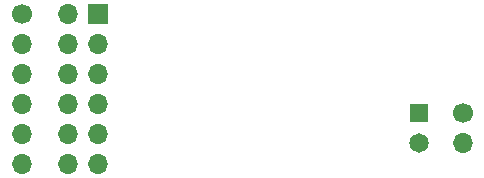
<source format=gbr>
%TF.GenerationSoftware,KiCad,Pcbnew,8.0.0*%
%TF.CreationDate,2024-03-09T01:11:29+09:00*%
%TF.ProjectId,Pmod_CAN,506d6f64-5f43-4414-9e2e-6b696361645f,rev?*%
%TF.SameCoordinates,Original*%
%TF.FileFunction,Soldermask,Bot*%
%TF.FilePolarity,Negative*%
%FSLAX46Y46*%
G04 Gerber Fmt 4.6, Leading zero omitted, Abs format (unit mm)*
G04 Created by KiCad (PCBNEW 8.0.0) date 2024-03-09 01:11:29*
%MOMM*%
%LPD*%
G01*
G04 APERTURE LIST*
%ADD10R,1.700000X1.700000*%
%ADD11O,1.700000X1.700000*%
%ADD12C,1.700000*%
%ADD13R,1.650000X1.650000*%
%ADD14C,1.650000*%
G04 APERTURE END LIST*
D10*
%TO.C,J2*%
X139573000Y-91821000D03*
D11*
X139573000Y-94361000D03*
X139573000Y-96901000D03*
X139573000Y-99441000D03*
X139573000Y-101981000D03*
X139573000Y-104521000D03*
X137033000Y-91821000D03*
X137033000Y-94361000D03*
X137033000Y-96901000D03*
X137033000Y-99441000D03*
X137033000Y-101981000D03*
X137033000Y-104521000D03*
%TD*%
D12*
%TO.C,J4*%
X170434000Y-100198000D03*
D11*
X170434000Y-102738000D03*
%TD*%
D13*
%TO.C,J1*%
X166751000Y-100243000D03*
D14*
X166751000Y-102743000D03*
%TD*%
D12*
%TO.C,J3*%
X133096000Y-91821000D03*
D11*
X133096000Y-94361000D03*
X133096000Y-96901000D03*
X133096000Y-99441000D03*
X133096000Y-101981000D03*
X133096000Y-104521000D03*
%TD*%
M02*

</source>
